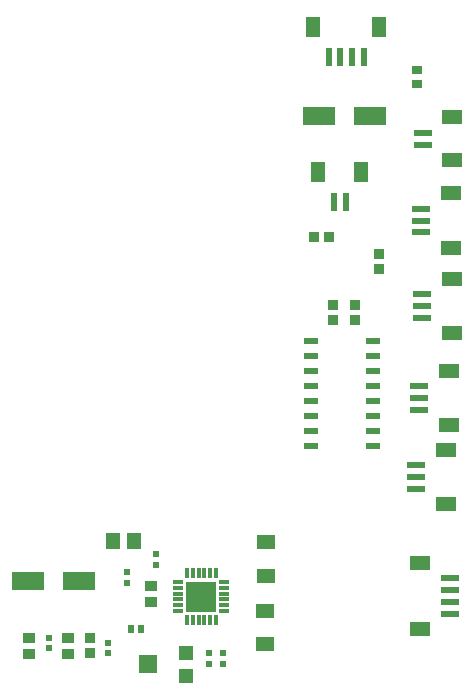
<source format=gtp>
G04*
G04 #@! TF.GenerationSoftware,Altium Limited,Altium Designer,20.2.5 (213)*
G04*
G04 Layer_Color=8421504*
%FSLAX43Y43*%
%MOMM*%
G71*
G04*
G04 #@! TF.SameCoordinates,5171A944-556C-47A8-97AE-1EF1437A18D6*
G04*
G04*
G04 #@! TF.FilePolarity,Positive*
G04*
G01*
G75*
%ADD15R,2.800X1.600*%
%ADD16R,0.550X0.550*%
G04:AMPARAMS|DCode=17|XSize=0.55mm|YSize=0.5mm|CornerRadius=0.063mm|HoleSize=0mm|Usage=FLASHONLY|Rotation=0.000|XOffset=0mm|YOffset=0mm|HoleType=Round|Shape=RoundedRectangle|*
%AMROUNDEDRECTD17*
21,1,0.550,0.375,0,0,0.0*
21,1,0.425,0.500,0,0,0.0*
1,1,0.125,0.213,-0.188*
1,1,0.125,-0.213,-0.188*
1,1,0.125,-0.213,0.188*
1,1,0.125,0.213,0.188*
%
%ADD17ROUNDEDRECTD17*%
%ADD18R,1.650X1.200*%
%ADD19R,1.150X1.350*%
%ADD20R,0.850X0.750*%
%ADD21R,0.950X0.850*%
%ADD22R,2.550X2.550*%
%ADD23R,0.300X0.850*%
%ADD24R,0.850X0.300*%
%ADD25R,1.550X0.600*%
%ADD26R,1.800X1.200*%
%ADD27R,0.600X1.550*%
%ADD28R,1.200X1.800*%
%ADD29R,1.257X0.508*%
%ADD30R,1.000X0.900*%
%ADD31R,0.600X0.640*%
%ADD32R,1.200X1.200*%
%ADD33R,1.500X1.600*%
%ADD34R,0.850X0.950*%
D15*
X27060Y50394D02*
D03*
X31360D02*
D03*
X6725Y10950D02*
D03*
X2425D02*
D03*
D16*
X13250Y12375D02*
D03*
Y13275D02*
D03*
D17*
X17725Y3975D02*
D03*
Y4875D02*
D03*
X9200Y5775D02*
D03*
Y4875D02*
D03*
X4175Y5275D02*
D03*
Y6175D02*
D03*
X10850Y10825D02*
D03*
Y11725D02*
D03*
X18925Y3975D02*
D03*
Y4875D02*
D03*
D18*
X22479Y5658D02*
D03*
Y8458D02*
D03*
X22625Y14250D02*
D03*
Y11450D02*
D03*
D19*
X9650Y14350D02*
D03*
X11400D02*
D03*
D20*
X35357Y54245D02*
D03*
Y53045D02*
D03*
D21*
X32156Y38674D02*
D03*
Y37374D02*
D03*
X30124Y33081D02*
D03*
Y34381D02*
D03*
X28296Y33081D02*
D03*
Y34381D02*
D03*
X7650Y4875D02*
D03*
Y6175D02*
D03*
D22*
X17125Y9675D02*
D03*
D23*
X18375Y7725D02*
D03*
X17875D02*
D03*
X17375D02*
D03*
X16875D02*
D03*
X16375D02*
D03*
X15875D02*
D03*
Y11625D02*
D03*
X16375D02*
D03*
X16875D02*
D03*
X17375D02*
D03*
X17875D02*
D03*
X18375D02*
D03*
D24*
X15175Y8425D02*
D03*
Y8925D02*
D03*
Y9425D02*
D03*
Y9925D02*
D03*
Y10425D02*
D03*
Y10925D02*
D03*
X19075D02*
D03*
Y10425D02*
D03*
Y9925D02*
D03*
Y9425D02*
D03*
Y8925D02*
D03*
Y8425D02*
D03*
D25*
X38162Y11225D02*
D03*
Y9225D02*
D03*
Y8225D02*
D03*
Y10225D02*
D03*
X35720Y40504D02*
D03*
Y42504D02*
D03*
Y41504D02*
D03*
X35847Y47938D02*
D03*
Y48938D02*
D03*
X35517Y25492D02*
D03*
Y27492D02*
D03*
Y26492D02*
D03*
X35314Y18787D02*
D03*
Y20787D02*
D03*
Y19787D02*
D03*
X35796Y33265D02*
D03*
Y35265D02*
D03*
Y34265D02*
D03*
D26*
X35638Y6925D02*
D03*
Y12525D02*
D03*
X38245Y39204D02*
D03*
Y43804D02*
D03*
X38372Y50238D02*
D03*
Y46638D02*
D03*
X38042Y24192D02*
D03*
Y28792D02*
D03*
X37838Y17487D02*
D03*
Y22087D02*
D03*
X38321Y31965D02*
D03*
Y36565D02*
D03*
D27*
X29888Y55377D02*
D03*
X27888D02*
D03*
X28888D02*
D03*
X30888D02*
D03*
X28325Y43088D02*
D03*
X29325D02*
D03*
D28*
X32188Y57902D02*
D03*
X26588D02*
D03*
X30625Y45613D02*
D03*
X27025D02*
D03*
D29*
X31649Y31309D02*
D03*
Y30039D02*
D03*
Y28769D02*
D03*
Y27499D02*
D03*
Y26229D02*
D03*
Y24959D02*
D03*
Y23689D02*
D03*
Y22419D02*
D03*
X26404D02*
D03*
Y23689D02*
D03*
Y24959D02*
D03*
Y26229D02*
D03*
Y27499D02*
D03*
Y28769D02*
D03*
Y30039D02*
D03*
Y31309D02*
D03*
D30*
X5828Y4837D02*
D03*
Y6187D02*
D03*
X12825Y10550D02*
D03*
Y9200D02*
D03*
X2526Y6187D02*
D03*
Y4837D02*
D03*
D31*
X12040Y6925D02*
D03*
X11160D02*
D03*
D32*
X15850Y2925D02*
D03*
Y4925D02*
D03*
D33*
X12600Y3925D02*
D03*
D34*
X27930Y40081D02*
D03*
X26630D02*
D03*
M02*

</source>
